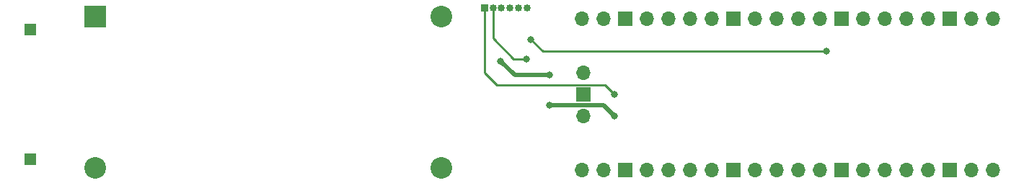
<source format=gbr>
%TF.GenerationSoftware,KiCad,Pcbnew,(6.0.9)*%
%TF.CreationDate,2023-01-12T20:02:03+01:00*%
%TF.ProjectId,pcb,7063622e-6b69-4636-9164-5f7063625858,rev?*%
%TF.SameCoordinates,Original*%
%TF.FileFunction,Copper,L2,Bot*%
%TF.FilePolarity,Positive*%
%FSLAX46Y46*%
G04 Gerber Fmt 4.6, Leading zero omitted, Abs format (unit mm)*
G04 Created by KiCad (PCBNEW (6.0.9)) date 2023-01-12 20:02:03*
%MOMM*%
%LPD*%
G01*
G04 APERTURE LIST*
%TA.AperFunction,ComponentPad*%
%ADD10O,1.700000X1.700000*%
%TD*%
%TA.AperFunction,ComponentPad*%
%ADD11R,1.700000X1.700000*%
%TD*%
%TA.AperFunction,ComponentPad*%
%ADD12R,1.350000X1.350000*%
%TD*%
%TA.AperFunction,ComponentPad*%
%ADD13R,0.850000X0.850000*%
%TD*%
%TA.AperFunction,ComponentPad*%
%ADD14O,0.850000X0.850000*%
%TD*%
%TA.AperFunction,ComponentPad*%
%ADD15R,2.540000X2.540000*%
%TD*%
%TA.AperFunction,ComponentPad*%
%ADD16C,2.540000*%
%TD*%
%TA.AperFunction,ViaPad*%
%ADD17C,0.800000*%
%TD*%
%TA.AperFunction,Conductor*%
%ADD18C,0.250000*%
%TD*%
%TA.AperFunction,Conductor*%
%ADD19C,0.500000*%
%TD*%
G04 APERTURE END LIST*
D10*
%TO.P,U1,1,GPIO0*%
%TO.N,unconnected-(U1-Pad1)*%
X189602000Y-22098000D03*
%TO.P,U1,2,GPIO1*%
%TO.N,unconnected-(U1-Pad2)*%
X187062000Y-22098000D03*
D11*
%TO.P,U1,3,GND*%
%TO.N,unconnected-(U1-Pad3)*%
X184522000Y-22098000D03*
D10*
%TO.P,U1,4,GPIO2*%
%TO.N,Net-(J1-Pad1)*%
X181982000Y-22098000D03*
%TO.P,U1,5,GPIO3*%
%TO.N,Net-(J1-Pad2)*%
X179442000Y-22098000D03*
%TO.P,U1,6,GPIO4*%
%TO.N,Net-(J1-Pad5)*%
X176902000Y-22098000D03*
%TO.P,U1,7,GPIO5*%
%TO.N,Net-(J1-Pad6)*%
X174362000Y-22098000D03*
D11*
%TO.P,U1,8,GND*%
%TO.N,unconnected-(U1-Pad8)*%
X171822000Y-22098000D03*
D10*
%TO.P,U1,9,GPIO6*%
%TO.N,unconnected-(U1-Pad9)*%
X169282000Y-22098000D03*
%TO.P,U1,10,GPIO7*%
%TO.N,unconnected-(U1-Pad10)*%
X166742000Y-22098000D03*
%TO.P,U1,11,GPIO8*%
%TO.N,unconnected-(U1-Pad11)*%
X164202000Y-22098000D03*
%TO.P,U1,12,GPIO9*%
%TO.N,unconnected-(U1-Pad12)*%
X161662000Y-22098000D03*
D11*
%TO.P,U1,13,GND*%
%TO.N,unconnected-(U1-Pad13)*%
X159122000Y-22098000D03*
D10*
%TO.P,U1,14,GPIO10*%
%TO.N,unconnected-(U1-Pad14)*%
X156582000Y-22098000D03*
%TO.P,U1,15,GPIO11*%
%TO.N,unconnected-(U1-Pad15)*%
X154042000Y-22098000D03*
%TO.P,U1,16,GPIO12*%
%TO.N,unconnected-(U1-Pad16)*%
X151502000Y-22098000D03*
%TO.P,U1,17,GPIO13*%
%TO.N,unconnected-(U1-Pad17)*%
X148962000Y-22098000D03*
D11*
%TO.P,U1,18,GND*%
%TO.N,unconnected-(U1-Pad18)*%
X146422000Y-22098000D03*
D10*
%TO.P,U1,19,GPIO14*%
%TO.N,unconnected-(U1-Pad19)*%
X143882000Y-22098000D03*
%TO.P,U1,20,GPIO15*%
%TO.N,unconnected-(U1-Pad20)*%
X141342000Y-22098000D03*
%TO.P,U1,21,GPIO16*%
%TO.N,unconnected-(U1-Pad21)*%
X141342000Y-39878000D03*
%TO.P,U1,22,GPIO17*%
%TO.N,unconnected-(U1-Pad22)*%
X143882000Y-39878000D03*
D11*
%TO.P,U1,23,GND*%
%TO.N,unconnected-(U1-Pad23)*%
X146422000Y-39878000D03*
D10*
%TO.P,U1,24,GPIO18*%
%TO.N,unconnected-(U1-Pad24)*%
X148962000Y-39878000D03*
%TO.P,U1,25,GPIO19*%
%TO.N,unconnected-(U1-Pad25)*%
X151502000Y-39878000D03*
%TO.P,U1,26,GPIO20*%
%TO.N,unconnected-(U1-Pad26)*%
X154042000Y-39878000D03*
%TO.P,U1,27,GPIO21*%
%TO.N,unconnected-(U1-Pad27)*%
X156582000Y-39878000D03*
D11*
%TO.P,U1,28,GND*%
%TO.N,unconnected-(U1-Pad28)*%
X159122000Y-39878000D03*
D10*
%TO.P,U1,29,GPIO22*%
%TO.N,unconnected-(U1-Pad29)*%
X161662000Y-39878000D03*
%TO.P,U1,30,RUN*%
%TO.N,unconnected-(U1-Pad30)*%
X164202000Y-39878000D03*
%TO.P,U1,31,GPIO26_ADC0*%
%TO.N,unconnected-(U1-Pad31)*%
X166742000Y-39878000D03*
%TO.P,U1,32,GPIO27_ADC1*%
%TO.N,unconnected-(U1-Pad32)*%
X169282000Y-39878000D03*
D11*
%TO.P,U1,33,AGND*%
%TO.N,unconnected-(U1-Pad33)*%
X171822000Y-39878000D03*
D10*
%TO.P,U1,34,GPIO28_ADC2*%
%TO.N,unconnected-(U1-Pad34)*%
X174362000Y-39878000D03*
%TO.P,U1,35,ADC_VREF*%
%TO.N,unconnected-(U1-Pad35)*%
X176902000Y-39878000D03*
%TO.P,U1,36,3V3*%
%TO.N,unconnected-(U1-Pad36)*%
X179442000Y-39878000D03*
%TO.P,U1,37,3V3_EN*%
%TO.N,unconnected-(U1-Pad37)*%
X181982000Y-39878000D03*
D11*
%TO.P,U1,38,GND*%
%TO.N,Net-(J1-Pad4)*%
X184522000Y-39878000D03*
D10*
%TO.P,U1,39,VSYS*%
%TO.N,Net-(J1-Pad3)*%
X187062000Y-39878000D03*
%TO.P,U1,40,VBUS*%
%TO.N,unconnected-(U1-Pad40)*%
X189602000Y-39878000D03*
%TO.P,U1,41,SWCLK*%
%TO.N,unconnected-(U1-Pad41)*%
X141572000Y-28448000D03*
D11*
%TO.P,U1,42,GND*%
%TO.N,unconnected-(U1-Pad42)*%
X141572000Y-30988000D03*
D10*
%TO.P,U1,43,SWDIO*%
%TO.N,unconnected-(U1-Pad43)*%
X141572000Y-33528000D03*
%TD*%
D12*
%TO.P,J2,1,Pin_1*%
%TO.N,Net-(U2-Pad1)*%
X76581000Y-23368000D03*
%TD*%
%TO.P,J3,1,Pin_1*%
%TO.N,Net-(U2-Pad2)*%
X76581000Y-38608000D03*
%TD*%
D13*
%TO.P,J1,1,Pin_1*%
%TO.N,Net-(J1-Pad1)*%
X129921000Y-20828000D03*
D14*
%TO.P,J1,2,Pin_2*%
%TO.N,Net-(J1-Pad2)*%
X130921000Y-20828000D03*
%TO.P,J1,3,Pin_3*%
%TO.N,Net-(J1-Pad3)*%
X131921000Y-20828000D03*
%TO.P,J1,4,Pin_4*%
%TO.N,Net-(J1-Pad4)*%
X132921000Y-20828000D03*
%TO.P,J1,5,Pin_5*%
%TO.N,Net-(J1-Pad5)*%
X133921000Y-20828000D03*
%TO.P,J1,6,Pin_6*%
%TO.N,Net-(J1-Pad6)*%
X134921000Y-20828000D03*
%TD*%
D15*
%TO.P,U2,1,Vin*%
%TO.N,Net-(U2-Pad1)*%
X84201000Y-21818000D03*
D16*
%TO.P,U2,2,GND*%
%TO.N,Net-(U2-Pad2)*%
X84201000Y-39598000D03*
%TO.P,U2,3,GND*%
%TO.N,Net-(J1-Pad4)*%
X124841000Y-39598000D03*
%TO.P,U2,4,Vout*%
%TO.N,Net-(J1-Pad3)*%
X124841000Y-21818000D03*
%TD*%
D17*
%TO.N,Net-(J1-Pad2)*%
X134874000Y-26797000D03*
%TO.N,Net-(J1-Pad5)*%
X135382000Y-24511000D03*
X170053000Y-25908000D03*
%TO.N,Net-(J1-Pad3)*%
X145161000Y-33528000D03*
X137541000Y-32258000D03*
X137541000Y-28702000D03*
X131826000Y-27051000D03*
%TO.N,Net-(J1-Pad1)*%
X145161000Y-30988000D03*
%TD*%
D18*
%TO.N,Net-(J1-Pad2)*%
X133350000Y-26797000D02*
X130921000Y-24368000D01*
X134874000Y-26797000D02*
X133350000Y-26797000D01*
X130921000Y-24368000D02*
X130921000Y-20828000D01*
%TO.N,Net-(J1-Pad5)*%
X136779000Y-25908000D02*
X135382000Y-24511000D01*
X170053000Y-25908000D02*
X136779000Y-25908000D01*
D19*
%TO.N,Net-(J1-Pad3)*%
X143891000Y-32258000D02*
X145161000Y-33528000D01*
X137541000Y-32258000D02*
X143891000Y-32258000D01*
X133477000Y-28702000D02*
X137541000Y-28702000D01*
X131826000Y-27051000D02*
X133477000Y-28702000D01*
D18*
%TO.N,Net-(J1-Pad1)*%
X129921000Y-20828000D02*
X129921000Y-28448000D01*
X131336000Y-29863000D02*
X129921000Y-28448000D01*
X144036000Y-29863000D02*
X131336000Y-29863000D01*
X145161000Y-30988000D02*
X144036000Y-29863000D01*
%TD*%
M02*

</source>
